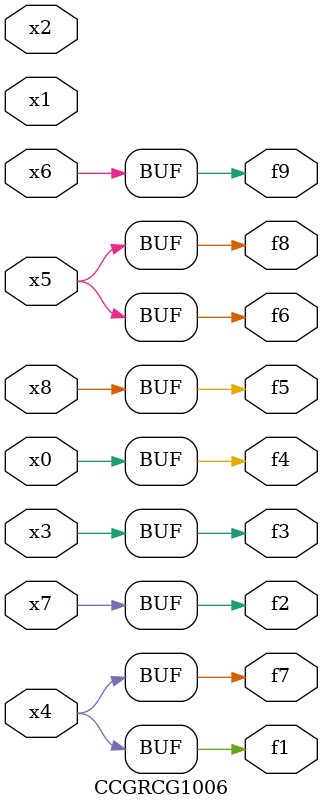
<source format=v>
module CCGRCG1006(
	input x0, x1, x2, x3, x4, x5, x6, x7, x8,
	output f1, f2, f3, f4, f5, f6, f7, f8, f9
);
	assign f1 = x4;
	assign f2 = x7;
	assign f3 = x3;
	assign f4 = x0;
	assign f5 = x8;
	assign f6 = x5;
	assign f7 = x4;
	assign f8 = x5;
	assign f9 = x6;
endmodule

</source>
